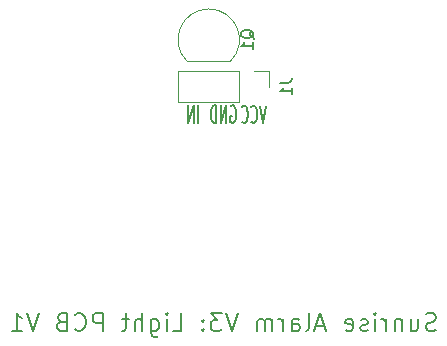
<source format=gbr>
G04 #@! TF.GenerationSoftware,KiCad,Pcbnew,7.0.7-2.fc38*
G04 #@! TF.CreationDate,2023-10-09T12:23:23+01:00*
G04 #@! TF.ProjectId,Light_PCB,4c696768-745f-4504-9342-2e6b69636164,rev?*
G04 #@! TF.SameCoordinates,Original*
G04 #@! TF.FileFunction,Legend,Bot*
G04 #@! TF.FilePolarity,Positive*
%FSLAX46Y46*%
G04 Gerber Fmt 4.6, Leading zero omitted, Abs format (unit mm)*
G04 Created by KiCad (PCBNEW 7.0.7-2.fc38) date 2023-10-09 12:23:23*
%MOMM*%
%LPD*%
G01*
G04 APERTURE LIST*
%ADD10C,0.150000*%
%ADD11C,0.120000*%
G04 APERTURE END LIST*
D10*
X135599523Y-65647557D02*
X135675713Y-65576128D01*
X135675713Y-65576128D02*
X135789999Y-65576128D01*
X135789999Y-65576128D02*
X135904285Y-65647557D01*
X135904285Y-65647557D02*
X135980475Y-65790414D01*
X135980475Y-65790414D02*
X136018570Y-65933271D01*
X136018570Y-65933271D02*
X136056666Y-66218985D01*
X136056666Y-66218985D02*
X136056666Y-66433271D01*
X136056666Y-66433271D02*
X136018570Y-66718985D01*
X136018570Y-66718985D02*
X135980475Y-66861842D01*
X135980475Y-66861842D02*
X135904285Y-67004700D01*
X135904285Y-67004700D02*
X135789999Y-67076128D01*
X135789999Y-67076128D02*
X135713808Y-67076128D01*
X135713808Y-67076128D02*
X135599523Y-67004700D01*
X135599523Y-67004700D02*
X135561427Y-66933271D01*
X135561427Y-66933271D02*
X135561427Y-66433271D01*
X135561427Y-66433271D02*
X135713808Y-66433271D01*
X135218570Y-67076128D02*
X135218570Y-65576128D01*
X135218570Y-65576128D02*
X134761427Y-67076128D01*
X134761427Y-67076128D02*
X134761427Y-65576128D01*
X134380475Y-67076128D02*
X134380475Y-65576128D01*
X134380475Y-65576128D02*
X134189999Y-65576128D01*
X134189999Y-65576128D02*
X134075713Y-65647557D01*
X134075713Y-65647557D02*
X133999523Y-65790414D01*
X133999523Y-65790414D02*
X133961428Y-65933271D01*
X133961428Y-65933271D02*
X133923332Y-66218985D01*
X133923332Y-66218985D02*
X133923332Y-66433271D01*
X133923332Y-66433271D02*
X133961428Y-66718985D01*
X133961428Y-66718985D02*
X133999523Y-66861842D01*
X133999523Y-66861842D02*
X134075713Y-67004700D01*
X134075713Y-67004700D02*
X134189999Y-67076128D01*
X134189999Y-67076128D02*
X134380475Y-67076128D01*
X152964284Y-84594700D02*
X152749999Y-84666128D01*
X152749999Y-84666128D02*
X152392856Y-84666128D01*
X152392856Y-84666128D02*
X152249999Y-84594700D01*
X152249999Y-84594700D02*
X152178570Y-84523271D01*
X152178570Y-84523271D02*
X152107141Y-84380414D01*
X152107141Y-84380414D02*
X152107141Y-84237557D01*
X152107141Y-84237557D02*
X152178570Y-84094700D01*
X152178570Y-84094700D02*
X152249999Y-84023271D01*
X152249999Y-84023271D02*
X152392856Y-83951842D01*
X152392856Y-83951842D02*
X152678570Y-83880414D01*
X152678570Y-83880414D02*
X152821427Y-83808985D01*
X152821427Y-83808985D02*
X152892856Y-83737557D01*
X152892856Y-83737557D02*
X152964284Y-83594700D01*
X152964284Y-83594700D02*
X152964284Y-83451842D01*
X152964284Y-83451842D02*
X152892856Y-83308985D01*
X152892856Y-83308985D02*
X152821427Y-83237557D01*
X152821427Y-83237557D02*
X152678570Y-83166128D01*
X152678570Y-83166128D02*
X152321427Y-83166128D01*
X152321427Y-83166128D02*
X152107141Y-83237557D01*
X150821428Y-83666128D02*
X150821428Y-84666128D01*
X151464285Y-83666128D02*
X151464285Y-84451842D01*
X151464285Y-84451842D02*
X151392856Y-84594700D01*
X151392856Y-84594700D02*
X151249999Y-84666128D01*
X151249999Y-84666128D02*
X151035713Y-84666128D01*
X151035713Y-84666128D02*
X150892856Y-84594700D01*
X150892856Y-84594700D02*
X150821428Y-84523271D01*
X150107142Y-83666128D02*
X150107142Y-84666128D01*
X150107142Y-83808985D02*
X150035713Y-83737557D01*
X150035713Y-83737557D02*
X149892856Y-83666128D01*
X149892856Y-83666128D02*
X149678570Y-83666128D01*
X149678570Y-83666128D02*
X149535713Y-83737557D01*
X149535713Y-83737557D02*
X149464285Y-83880414D01*
X149464285Y-83880414D02*
X149464285Y-84666128D01*
X148749999Y-84666128D02*
X148749999Y-83666128D01*
X148749999Y-83951842D02*
X148678570Y-83808985D01*
X148678570Y-83808985D02*
X148607142Y-83737557D01*
X148607142Y-83737557D02*
X148464284Y-83666128D01*
X148464284Y-83666128D02*
X148321427Y-83666128D01*
X147821428Y-84666128D02*
X147821428Y-83666128D01*
X147821428Y-83166128D02*
X147892856Y-83237557D01*
X147892856Y-83237557D02*
X147821428Y-83308985D01*
X147821428Y-83308985D02*
X147749999Y-83237557D01*
X147749999Y-83237557D02*
X147821428Y-83166128D01*
X147821428Y-83166128D02*
X147821428Y-83308985D01*
X147178570Y-84594700D02*
X147035713Y-84666128D01*
X147035713Y-84666128D02*
X146749999Y-84666128D01*
X146749999Y-84666128D02*
X146607142Y-84594700D01*
X146607142Y-84594700D02*
X146535713Y-84451842D01*
X146535713Y-84451842D02*
X146535713Y-84380414D01*
X146535713Y-84380414D02*
X146607142Y-84237557D01*
X146607142Y-84237557D02*
X146749999Y-84166128D01*
X146749999Y-84166128D02*
X146964285Y-84166128D01*
X146964285Y-84166128D02*
X147107142Y-84094700D01*
X147107142Y-84094700D02*
X147178570Y-83951842D01*
X147178570Y-83951842D02*
X147178570Y-83880414D01*
X147178570Y-83880414D02*
X147107142Y-83737557D01*
X147107142Y-83737557D02*
X146964285Y-83666128D01*
X146964285Y-83666128D02*
X146749999Y-83666128D01*
X146749999Y-83666128D02*
X146607142Y-83737557D01*
X145321427Y-84594700D02*
X145464284Y-84666128D01*
X145464284Y-84666128D02*
X145749999Y-84666128D01*
X145749999Y-84666128D02*
X145892856Y-84594700D01*
X145892856Y-84594700D02*
X145964284Y-84451842D01*
X145964284Y-84451842D02*
X145964284Y-83880414D01*
X145964284Y-83880414D02*
X145892856Y-83737557D01*
X145892856Y-83737557D02*
X145749999Y-83666128D01*
X145749999Y-83666128D02*
X145464284Y-83666128D01*
X145464284Y-83666128D02*
X145321427Y-83737557D01*
X145321427Y-83737557D02*
X145249999Y-83880414D01*
X145249999Y-83880414D02*
X145249999Y-84023271D01*
X145249999Y-84023271D02*
X145964284Y-84166128D01*
X143535713Y-84237557D02*
X142821428Y-84237557D01*
X143678570Y-84666128D02*
X143178570Y-83166128D01*
X143178570Y-83166128D02*
X142678570Y-84666128D01*
X141964285Y-84666128D02*
X142107142Y-84594700D01*
X142107142Y-84594700D02*
X142178571Y-84451842D01*
X142178571Y-84451842D02*
X142178571Y-83166128D01*
X140750000Y-84666128D02*
X140750000Y-83880414D01*
X140750000Y-83880414D02*
X140821428Y-83737557D01*
X140821428Y-83737557D02*
X140964285Y-83666128D01*
X140964285Y-83666128D02*
X141250000Y-83666128D01*
X141250000Y-83666128D02*
X141392857Y-83737557D01*
X140750000Y-84594700D02*
X140892857Y-84666128D01*
X140892857Y-84666128D02*
X141250000Y-84666128D01*
X141250000Y-84666128D02*
X141392857Y-84594700D01*
X141392857Y-84594700D02*
X141464285Y-84451842D01*
X141464285Y-84451842D02*
X141464285Y-84308985D01*
X141464285Y-84308985D02*
X141392857Y-84166128D01*
X141392857Y-84166128D02*
X141250000Y-84094700D01*
X141250000Y-84094700D02*
X140892857Y-84094700D01*
X140892857Y-84094700D02*
X140750000Y-84023271D01*
X140035714Y-84666128D02*
X140035714Y-83666128D01*
X140035714Y-83951842D02*
X139964285Y-83808985D01*
X139964285Y-83808985D02*
X139892857Y-83737557D01*
X139892857Y-83737557D02*
X139749999Y-83666128D01*
X139749999Y-83666128D02*
X139607142Y-83666128D01*
X139107143Y-84666128D02*
X139107143Y-83666128D01*
X139107143Y-83808985D02*
X139035714Y-83737557D01*
X139035714Y-83737557D02*
X138892857Y-83666128D01*
X138892857Y-83666128D02*
X138678571Y-83666128D01*
X138678571Y-83666128D02*
X138535714Y-83737557D01*
X138535714Y-83737557D02*
X138464286Y-83880414D01*
X138464286Y-83880414D02*
X138464286Y-84666128D01*
X138464286Y-83880414D02*
X138392857Y-83737557D01*
X138392857Y-83737557D02*
X138250000Y-83666128D01*
X138250000Y-83666128D02*
X138035714Y-83666128D01*
X138035714Y-83666128D02*
X137892857Y-83737557D01*
X137892857Y-83737557D02*
X137821428Y-83880414D01*
X137821428Y-83880414D02*
X137821428Y-84666128D01*
X136178571Y-83166128D02*
X135678571Y-84666128D01*
X135678571Y-84666128D02*
X135178571Y-83166128D01*
X134821429Y-83166128D02*
X133892857Y-83166128D01*
X133892857Y-83166128D02*
X134392857Y-83737557D01*
X134392857Y-83737557D02*
X134178572Y-83737557D01*
X134178572Y-83737557D02*
X134035715Y-83808985D01*
X134035715Y-83808985D02*
X133964286Y-83880414D01*
X133964286Y-83880414D02*
X133892857Y-84023271D01*
X133892857Y-84023271D02*
X133892857Y-84380414D01*
X133892857Y-84380414D02*
X133964286Y-84523271D01*
X133964286Y-84523271D02*
X134035715Y-84594700D01*
X134035715Y-84594700D02*
X134178572Y-84666128D01*
X134178572Y-84666128D02*
X134607143Y-84666128D01*
X134607143Y-84666128D02*
X134750000Y-84594700D01*
X134750000Y-84594700D02*
X134821429Y-84523271D01*
X133250001Y-84523271D02*
X133178572Y-84594700D01*
X133178572Y-84594700D02*
X133250001Y-84666128D01*
X133250001Y-84666128D02*
X133321429Y-84594700D01*
X133321429Y-84594700D02*
X133250001Y-84523271D01*
X133250001Y-84523271D02*
X133250001Y-84666128D01*
X133250001Y-83737557D02*
X133178572Y-83808985D01*
X133178572Y-83808985D02*
X133250001Y-83880414D01*
X133250001Y-83880414D02*
X133321429Y-83808985D01*
X133321429Y-83808985D02*
X133250001Y-83737557D01*
X133250001Y-83737557D02*
X133250001Y-83880414D01*
X130678572Y-84666128D02*
X131392858Y-84666128D01*
X131392858Y-84666128D02*
X131392858Y-83166128D01*
X130178572Y-84666128D02*
X130178572Y-83666128D01*
X130178572Y-83166128D02*
X130250000Y-83237557D01*
X130250000Y-83237557D02*
X130178572Y-83308985D01*
X130178572Y-83308985D02*
X130107143Y-83237557D01*
X130107143Y-83237557D02*
X130178572Y-83166128D01*
X130178572Y-83166128D02*
X130178572Y-83308985D01*
X128821429Y-83666128D02*
X128821429Y-84880414D01*
X128821429Y-84880414D02*
X128892857Y-85023271D01*
X128892857Y-85023271D02*
X128964286Y-85094700D01*
X128964286Y-85094700D02*
X129107143Y-85166128D01*
X129107143Y-85166128D02*
X129321429Y-85166128D01*
X129321429Y-85166128D02*
X129464286Y-85094700D01*
X128821429Y-84594700D02*
X128964286Y-84666128D01*
X128964286Y-84666128D02*
X129250000Y-84666128D01*
X129250000Y-84666128D02*
X129392857Y-84594700D01*
X129392857Y-84594700D02*
X129464286Y-84523271D01*
X129464286Y-84523271D02*
X129535714Y-84380414D01*
X129535714Y-84380414D02*
X129535714Y-83951842D01*
X129535714Y-83951842D02*
X129464286Y-83808985D01*
X129464286Y-83808985D02*
X129392857Y-83737557D01*
X129392857Y-83737557D02*
X129250000Y-83666128D01*
X129250000Y-83666128D02*
X128964286Y-83666128D01*
X128964286Y-83666128D02*
X128821429Y-83737557D01*
X128107143Y-84666128D02*
X128107143Y-83166128D01*
X127464286Y-84666128D02*
X127464286Y-83880414D01*
X127464286Y-83880414D02*
X127535714Y-83737557D01*
X127535714Y-83737557D02*
X127678571Y-83666128D01*
X127678571Y-83666128D02*
X127892857Y-83666128D01*
X127892857Y-83666128D02*
X128035714Y-83737557D01*
X128035714Y-83737557D02*
X128107143Y-83808985D01*
X126964285Y-83666128D02*
X126392857Y-83666128D01*
X126750000Y-83166128D02*
X126750000Y-84451842D01*
X126750000Y-84451842D02*
X126678571Y-84594700D01*
X126678571Y-84594700D02*
X126535714Y-84666128D01*
X126535714Y-84666128D02*
X126392857Y-84666128D01*
X124750000Y-84666128D02*
X124750000Y-83166128D01*
X124750000Y-83166128D02*
X124178571Y-83166128D01*
X124178571Y-83166128D02*
X124035714Y-83237557D01*
X124035714Y-83237557D02*
X123964285Y-83308985D01*
X123964285Y-83308985D02*
X123892857Y-83451842D01*
X123892857Y-83451842D02*
X123892857Y-83666128D01*
X123892857Y-83666128D02*
X123964285Y-83808985D01*
X123964285Y-83808985D02*
X124035714Y-83880414D01*
X124035714Y-83880414D02*
X124178571Y-83951842D01*
X124178571Y-83951842D02*
X124750000Y-83951842D01*
X122392857Y-84523271D02*
X122464285Y-84594700D01*
X122464285Y-84594700D02*
X122678571Y-84666128D01*
X122678571Y-84666128D02*
X122821428Y-84666128D01*
X122821428Y-84666128D02*
X123035714Y-84594700D01*
X123035714Y-84594700D02*
X123178571Y-84451842D01*
X123178571Y-84451842D02*
X123250000Y-84308985D01*
X123250000Y-84308985D02*
X123321428Y-84023271D01*
X123321428Y-84023271D02*
X123321428Y-83808985D01*
X123321428Y-83808985D02*
X123250000Y-83523271D01*
X123250000Y-83523271D02*
X123178571Y-83380414D01*
X123178571Y-83380414D02*
X123035714Y-83237557D01*
X123035714Y-83237557D02*
X122821428Y-83166128D01*
X122821428Y-83166128D02*
X122678571Y-83166128D01*
X122678571Y-83166128D02*
X122464285Y-83237557D01*
X122464285Y-83237557D02*
X122392857Y-83308985D01*
X121250000Y-83880414D02*
X121035714Y-83951842D01*
X121035714Y-83951842D02*
X120964285Y-84023271D01*
X120964285Y-84023271D02*
X120892857Y-84166128D01*
X120892857Y-84166128D02*
X120892857Y-84380414D01*
X120892857Y-84380414D02*
X120964285Y-84523271D01*
X120964285Y-84523271D02*
X121035714Y-84594700D01*
X121035714Y-84594700D02*
X121178571Y-84666128D01*
X121178571Y-84666128D02*
X121750000Y-84666128D01*
X121750000Y-84666128D02*
X121750000Y-83166128D01*
X121750000Y-83166128D02*
X121250000Y-83166128D01*
X121250000Y-83166128D02*
X121107143Y-83237557D01*
X121107143Y-83237557D02*
X121035714Y-83308985D01*
X121035714Y-83308985D02*
X120964285Y-83451842D01*
X120964285Y-83451842D02*
X120964285Y-83594700D01*
X120964285Y-83594700D02*
X121035714Y-83737557D01*
X121035714Y-83737557D02*
X121107143Y-83808985D01*
X121107143Y-83808985D02*
X121250000Y-83880414D01*
X121250000Y-83880414D02*
X121750000Y-83880414D01*
X119321428Y-83166128D02*
X118821428Y-84666128D01*
X118821428Y-84666128D02*
X118321428Y-83166128D01*
X117035714Y-84666128D02*
X117892857Y-84666128D01*
X117464286Y-84666128D02*
X117464286Y-83166128D01*
X117464286Y-83166128D02*
X117607143Y-83380414D01*
X117607143Y-83380414D02*
X117750000Y-83523271D01*
X117750000Y-83523271D02*
X117892857Y-83594700D01*
X138596666Y-65586128D02*
X138329999Y-67086128D01*
X138329999Y-67086128D02*
X138063333Y-65586128D01*
X137339523Y-66943271D02*
X137377619Y-67014700D01*
X137377619Y-67014700D02*
X137491904Y-67086128D01*
X137491904Y-67086128D02*
X137568095Y-67086128D01*
X137568095Y-67086128D02*
X137682381Y-67014700D01*
X137682381Y-67014700D02*
X137758571Y-66871842D01*
X137758571Y-66871842D02*
X137796666Y-66728985D01*
X137796666Y-66728985D02*
X137834762Y-66443271D01*
X137834762Y-66443271D02*
X137834762Y-66228985D01*
X137834762Y-66228985D02*
X137796666Y-65943271D01*
X137796666Y-65943271D02*
X137758571Y-65800414D01*
X137758571Y-65800414D02*
X137682381Y-65657557D01*
X137682381Y-65657557D02*
X137568095Y-65586128D01*
X137568095Y-65586128D02*
X137491904Y-65586128D01*
X137491904Y-65586128D02*
X137377619Y-65657557D01*
X137377619Y-65657557D02*
X137339523Y-65728985D01*
X136539523Y-66943271D02*
X136577619Y-67014700D01*
X136577619Y-67014700D02*
X136691904Y-67086128D01*
X136691904Y-67086128D02*
X136768095Y-67086128D01*
X136768095Y-67086128D02*
X136882381Y-67014700D01*
X136882381Y-67014700D02*
X136958571Y-66871842D01*
X136958571Y-66871842D02*
X136996666Y-66728985D01*
X136996666Y-66728985D02*
X137034762Y-66443271D01*
X137034762Y-66443271D02*
X137034762Y-66228985D01*
X137034762Y-66228985D02*
X136996666Y-65943271D01*
X136996666Y-65943271D02*
X136958571Y-65800414D01*
X136958571Y-65800414D02*
X136882381Y-65657557D01*
X136882381Y-65657557D02*
X136768095Y-65586128D01*
X136768095Y-65586128D02*
X136691904Y-65586128D01*
X136691904Y-65586128D02*
X136577619Y-65657557D01*
X136577619Y-65657557D02*
X136539523Y-65728985D01*
X132849046Y-67066128D02*
X132849046Y-65566128D01*
X132468094Y-67066128D02*
X132468094Y-65566128D01*
X132468094Y-65566128D02*
X132010951Y-67066128D01*
X132010951Y-67066128D02*
X132010951Y-65566128D01*
X137550057Y-59904761D02*
X137502438Y-59809523D01*
X137502438Y-59809523D02*
X137407200Y-59714285D01*
X137407200Y-59714285D02*
X137264342Y-59571428D01*
X137264342Y-59571428D02*
X137216723Y-59476190D01*
X137216723Y-59476190D02*
X137216723Y-59380952D01*
X137454819Y-59428571D02*
X137407200Y-59333333D01*
X137407200Y-59333333D02*
X137311961Y-59238095D01*
X137311961Y-59238095D02*
X137121485Y-59190476D01*
X137121485Y-59190476D02*
X136788152Y-59190476D01*
X136788152Y-59190476D02*
X136597676Y-59238095D01*
X136597676Y-59238095D02*
X136502438Y-59333333D01*
X136502438Y-59333333D02*
X136454819Y-59428571D01*
X136454819Y-59428571D02*
X136454819Y-59619047D01*
X136454819Y-59619047D02*
X136502438Y-59714285D01*
X136502438Y-59714285D02*
X136597676Y-59809523D01*
X136597676Y-59809523D02*
X136788152Y-59857142D01*
X136788152Y-59857142D02*
X137121485Y-59857142D01*
X137121485Y-59857142D02*
X137311961Y-59809523D01*
X137311961Y-59809523D02*
X137407200Y-59714285D01*
X137407200Y-59714285D02*
X137454819Y-59619047D01*
X137454819Y-59619047D02*
X137454819Y-59428571D01*
X137454819Y-60809523D02*
X137454819Y-60238095D01*
X137454819Y-60523809D02*
X136454819Y-60523809D01*
X136454819Y-60523809D02*
X136597676Y-60428571D01*
X136597676Y-60428571D02*
X136692914Y-60333333D01*
X136692914Y-60333333D02*
X136740533Y-60238095D01*
X139749819Y-63641666D02*
X140464104Y-63641666D01*
X140464104Y-63641666D02*
X140606961Y-63594047D01*
X140606961Y-63594047D02*
X140702200Y-63498809D01*
X140702200Y-63498809D02*
X140749819Y-63355952D01*
X140749819Y-63355952D02*
X140749819Y-63260714D01*
X140749819Y-64641666D02*
X140749819Y-64070238D01*
X140749819Y-64355952D02*
X139749819Y-64355952D01*
X139749819Y-64355952D02*
X139892676Y-64260714D01*
X139892676Y-64260714D02*
X139987914Y-64165476D01*
X139987914Y-64165476D02*
X140035533Y-64070238D01*
D11*
G04 #@! TO.C,Q1*
X135530000Y-61850000D02*
X131930000Y-61850000D01*
X133730000Y-57400000D02*
G75*
G03*
X131891522Y-61838478I0J-2600000D01*
G01*
X135568478Y-61838478D02*
G75*
G03*
X133730000Y-57400000I-1838478J1838478D01*
G01*
G04 #@! TO.C,J1*
X138855000Y-62645000D02*
X137525000Y-62645000D01*
X131115000Y-65305000D02*
X131115000Y-62645000D01*
X138855000Y-63975000D02*
X138855000Y-62645000D01*
X136255000Y-65305000D02*
X136255000Y-62645000D01*
X136255000Y-65305000D02*
X131115000Y-65305000D01*
X136255000Y-62645000D02*
X131115000Y-62645000D01*
G04 #@! TD*
M02*

</source>
